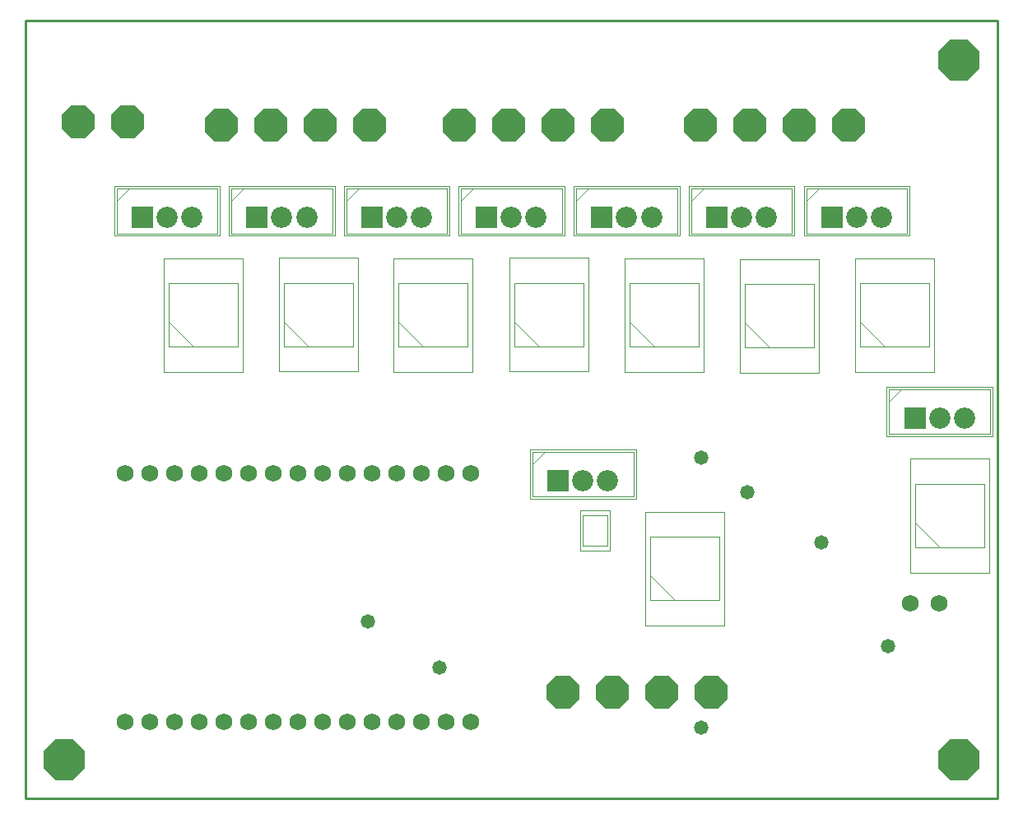
<source format=gbs>
G04*
G04 #@! TF.GenerationSoftware,Altium Limited,Altium Designer,20.0.13 (296)*
G04*
G04 Layer_Color=16711935*
%FSLAX44Y44*%
%MOMM*%
G71*
G01*
G75*
%ADD10C,0.2540*%
%ADD14C,0.1000*%
%ADD15C,0.0500*%
%ADD28C,1.7272*%
%ADD29P,3.6841X8X202.5*%
%ADD30P,4.5495X8X22.5*%
%ADD31R,2.1832X2.1832*%
%ADD32C,2.1832*%
%ADD33C,1.4732*%
D10*
X-39880Y760730D02*
X960120D01*
Y560730D02*
Y760730D01*
Y160730D02*
Y560730D01*
Y-39270D02*
Y160730D01*
X-39880Y360730D02*
Y760730D01*
Y-39270D02*
Y360730D01*
X710120Y-39270D02*
X960120D01*
X210120D02*
X710120D01*
X-39880D02*
X210120D01*
D14*
X558600Y220220D02*
Y252220D01*
X533600Y220220D02*
X558600D01*
X533600D02*
Y252220D01*
X558600D01*
X602787Y164570D02*
Y229570D01*
X673988D01*
Y164570D02*
Y229570D01*
X602787Y164570D02*
X673988D01*
X602787Y189970D02*
X628187Y164570D01*
X481400Y316952D02*
X585400D01*
Y270952D02*
Y316952D01*
X481400Y270952D02*
X585400D01*
X481400D02*
Y316952D01*
Y304202D02*
X494150Y316952D01*
X848430Y381290D02*
X952430D01*
Y335290D02*
Y381290D01*
X848430Y335290D02*
X952430D01*
X848430D02*
Y381290D01*
Y368540D02*
X861180Y381290D01*
X818688Y425215D02*
Y490215D01*
X889887D01*
Y425215D02*
Y490215D01*
X818688Y425215D02*
X889887D01*
X818688Y450615D02*
X844088Y425215D01*
X699830Y424385D02*
Y489385D01*
X771030D01*
Y424385D02*
Y489385D01*
X699830Y424385D02*
X771030D01*
X699830Y449785D02*
X725230Y424385D01*
X581323Y425215D02*
Y490215D01*
X652523D01*
Y425215D02*
Y490215D01*
X581323Y425215D02*
X652523D01*
X581323Y450615D02*
X606723Y425215D01*
X463213Y425655D02*
Y490655D01*
X534412D01*
Y425655D02*
Y490655D01*
X463213Y425655D02*
X534412D01*
X463213Y451055D02*
X488613Y425655D01*
X343833Y425215D02*
Y490215D01*
X415033D01*
Y425215D02*
Y490215D01*
X343833Y425215D02*
X415033D01*
X343833Y450615D02*
X369233Y425215D01*
X226145Y425655D02*
Y490655D01*
X297345D01*
Y425655D02*
Y490655D01*
X226145Y425655D02*
X297345D01*
X226145Y451055D02*
X251545Y425655D01*
X107613Y425215D02*
Y490215D01*
X178813D01*
Y425215D02*
Y490215D01*
X107613Y425215D02*
X178813D01*
X107613Y450615D02*
X133013Y425215D01*
X874990Y218960D02*
Y283960D01*
X946190D01*
Y218960D02*
Y283960D01*
X874990Y218960D02*
X946190D01*
X874990Y244360D02*
X900390Y218960D01*
X53635Y587765D02*
X157635D01*
Y541765D02*
Y587765D01*
X53635Y541765D02*
X157635D01*
X53635D02*
Y587765D01*
Y575015D02*
X66385Y587765D01*
X289855D02*
X393855D01*
Y541765D02*
Y587765D01*
X289855Y541765D02*
X393855D01*
X289855D02*
Y587765D01*
Y575015D02*
X302605Y587765D01*
X171745D02*
X275745D01*
Y541765D02*
Y587765D01*
X171745Y541765D02*
X275745D01*
X171745D02*
Y587765D01*
Y575015D02*
X184495Y587765D01*
X407765D02*
X511765D01*
Y541765D02*
Y587765D01*
X407765Y541765D02*
X511765D01*
X407765D02*
Y587765D01*
Y575015D02*
X420515Y587765D01*
X526500D02*
X630500D01*
Y541765D02*
Y587765D01*
X526500Y541765D02*
X630500D01*
X526500D02*
Y587765D01*
Y575015D02*
X539250Y587765D01*
X644610D02*
X748610D01*
Y541765D02*
Y587765D01*
X644610Y541765D02*
X748610D01*
X644610D02*
Y587765D01*
Y575015D02*
X657360Y587765D01*
X763118D02*
X867117D01*
Y541765D02*
Y587765D01*
X763118Y541765D02*
X867117D01*
X763118D02*
Y587765D01*
Y575015D02*
X775867Y587765D01*
D15*
X561200Y215620D02*
Y256820D01*
X531000Y215620D02*
X561200D01*
X531000D02*
Y256820D01*
X561200D01*
X597788Y138570D02*
Y255570D01*
X678987D01*
Y138570D02*
Y255570D01*
X597788Y138570D02*
X678987D01*
X478900Y319453D02*
X587900D01*
Y268452D02*
Y319453D01*
X478900Y268452D02*
X587900D01*
X478900D02*
Y319453D01*
X845930Y383790D02*
X954930D01*
Y332790D02*
Y383790D01*
X845930Y332790D02*
X954930D01*
X845930D02*
Y383790D01*
X813688Y399215D02*
Y516215D01*
X894888D01*
Y399215D02*
Y516215D01*
X813688Y399215D02*
X894888D01*
X694830Y398385D02*
Y515385D01*
X776030D01*
Y398385D02*
Y515385D01*
X694830Y398385D02*
X776030D01*
X576323Y399215D02*
Y516215D01*
X657523D01*
Y399215D02*
Y516215D01*
X576323Y399215D02*
X657523D01*
X458213Y399655D02*
Y516655D01*
X539413D01*
Y399655D02*
Y516655D01*
X458213Y399655D02*
X539413D01*
X338833Y399215D02*
Y516215D01*
X420033D01*
Y399215D02*
Y516215D01*
X338833Y399215D02*
X420033D01*
X221145Y399655D02*
Y516655D01*
X302345D01*
Y399655D02*
Y516655D01*
X221145Y399655D02*
X302345D01*
X102612Y399215D02*
Y516215D01*
X183813D01*
Y399215D02*
Y516215D01*
X102612Y399215D02*
X183813D01*
X869990Y192960D02*
Y309960D01*
X951190D01*
Y192960D02*
Y309960D01*
X869990Y192960D02*
X951190D01*
X51135Y590265D02*
X160135D01*
Y539265D02*
Y590265D01*
X51135Y539265D02*
X160135D01*
X51135D02*
Y590265D01*
X287355D02*
X396355D01*
Y539265D02*
Y590265D01*
X287355Y539265D02*
X396355D01*
X287355D02*
Y590265D01*
X169245D02*
X278245D01*
Y539265D02*
Y590265D01*
X169245Y539265D02*
X278245D01*
X169245D02*
Y590265D01*
X405265D02*
X514265D01*
Y539265D02*
Y590265D01*
X405265Y539265D02*
X514265D01*
X405265D02*
Y590265D01*
X524000D02*
X633000D01*
Y539265D02*
Y590265D01*
X524000Y539265D02*
X633000D01*
X524000D02*
Y590265D01*
X642110D02*
X751110D01*
Y539265D02*
Y590265D01*
X642110Y539265D02*
X751110D01*
X642110D02*
Y590265D01*
X760618D02*
X869617D01*
Y539265D02*
Y590265D01*
X760618Y539265D02*
X869617D01*
X760618D02*
Y590265D01*
D28*
X418000Y295000D02*
D03*
X392600D02*
D03*
X367200D02*
D03*
X341800D02*
D03*
X316400D02*
D03*
X291000D02*
D03*
X265600D02*
D03*
X240200D02*
D03*
X214800D02*
D03*
X189400D02*
D03*
X164000D02*
D03*
X138600D02*
D03*
X113200D02*
D03*
X87800D02*
D03*
X62400D02*
D03*
X418000Y39600D02*
D03*
X392600D02*
D03*
X341800D02*
D03*
X291000D02*
D03*
X316400D02*
D03*
X265600D02*
D03*
X240200D02*
D03*
X214800D02*
D03*
X189400D02*
D03*
X164000D02*
D03*
X138600D02*
D03*
X113200D02*
D03*
X87800D02*
D03*
X62400D02*
D03*
X367200D02*
D03*
X870190Y161290D02*
D03*
X900190D02*
D03*
D29*
X665480Y69850D02*
D03*
X614680D02*
D03*
X563880D02*
D03*
X513080D02*
D03*
X64770Y656590D02*
D03*
X13970D02*
D03*
X406525Y653515D02*
D03*
X457325D02*
D03*
X508125D02*
D03*
X558925D02*
D03*
X654050Y652780D02*
D03*
X704850D02*
D03*
X755650D02*
D03*
X806450D02*
D03*
X161415Y653515D02*
D03*
X212215D02*
D03*
X263015D02*
D03*
X313815D02*
D03*
D30*
X920000Y720000D02*
D03*
Y0D02*
D03*
X0D02*
D03*
D31*
X507900Y287453D02*
D03*
X874930Y351790D02*
D03*
X80135Y558265D02*
D03*
X316355D02*
D03*
X198245D02*
D03*
X434265D02*
D03*
X553000D02*
D03*
X671110D02*
D03*
X789617D02*
D03*
D32*
X533400Y287453D02*
D03*
X558900D02*
D03*
X900430Y351790D02*
D03*
X925930D02*
D03*
X105635Y558265D02*
D03*
X131135D02*
D03*
X341855D02*
D03*
X367355D02*
D03*
X223745D02*
D03*
X249245D02*
D03*
X459765D02*
D03*
X485265D02*
D03*
X578500D02*
D03*
X604000D02*
D03*
X696610D02*
D03*
X722110D02*
D03*
X815117D02*
D03*
X840618D02*
D03*
D33*
X655320Y33020D02*
D03*
X847090Y116840D02*
D03*
X312420Y142240D02*
D03*
X386080Y95250D02*
D03*
X778510Y223520D02*
D03*
X702310Y275590D02*
D03*
X655320Y311150D02*
D03*
M02*

</source>
